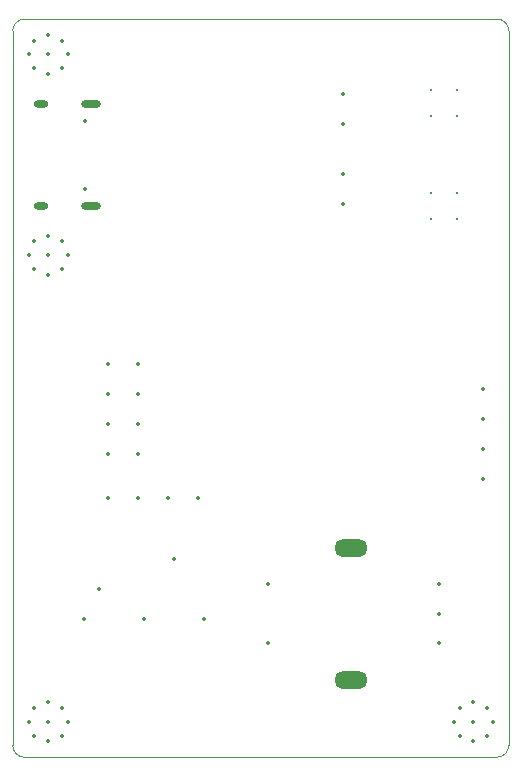
<source format=gko>
%TF.GenerationSoftware,KiCad,Pcbnew,8.0.5*%
%TF.CreationDate,2024-10-25T17:03:13+02:00*%
%TF.ProjectId,Keyboard_PCB,4b657962-6f61-4726-945f-5043422e6b69,rev?*%
%TF.SameCoordinates,Original*%
%TF.FileFunction,Profile,NP*%
%FSLAX46Y46*%
G04 Gerber Fmt 4.6, Leading zero omitted, Abs format (unit mm)*
G04 Created by KiCad (PCBNEW 8.0.5) date 2024-10-25 17:03:13*
%MOMM*%
%LPD*%
G01*
G04 APERTURE LIST*
%TA.AperFunction,Profile*%
%ADD10C,0.050000*%
%TD*%
%ADD11C,0.350000*%
%ADD12O,1.700000X0.600000*%
%ADD13O,1.200000X0.600000*%
%ADD14C,0.200000*%
%ADD15O,2.800000X1.500000*%
G04 APERTURE END LIST*
D10*
X85968750Y-189127500D02*
X125968750Y-189127500D01*
X125968750Y-189127500D02*
G75*
G02*
X126968800Y-190127500I50J-1000000D01*
G01*
X84968750Y-190127500D02*
G75*
G02*
X85968750Y-189127550I999950J0D01*
G01*
X84968750Y-250627500D02*
X84968750Y-190127500D01*
X125968750Y-251627500D02*
X85968750Y-251627500D01*
X126968750Y-250627500D02*
G75*
G02*
X125968750Y-251627450I-999950J0D01*
G01*
X126968750Y-250627500D02*
X126968750Y-190127500D01*
X85968750Y-251627500D02*
G75*
G02*
X84968700Y-250627500I-50J1000000D01*
G01*
D11*
X91038751Y-239952500D03*
X96118751Y-239952500D03*
X101198751Y-239952500D03*
X98658751Y-234872500D03*
X92308751Y-237412500D03*
X91073750Y-197737500D03*
X91073750Y-203517500D03*
D12*
X91573750Y-196307500D03*
D13*
X87393750Y-196307500D03*
D12*
X91573750Y-204947500D03*
D13*
X87393750Y-204947500D03*
D11*
X92993750Y-229702500D03*
X95533750Y-229702500D03*
X98073749Y-229702500D03*
X100613750Y-229702500D03*
X124793750Y-220477500D03*
X124793750Y-223017500D03*
X124793750Y-225557499D03*
X124793750Y-228097500D03*
X122318750Y-248627500D03*
X122802024Y-247460774D03*
X122802024Y-249794226D03*
X123968750Y-246977500D03*
X123968750Y-248627500D03*
X123968750Y-250277500D03*
X125135476Y-247460774D03*
X125135476Y-249794226D03*
X125618750Y-248627500D03*
X112953750Y-195467500D03*
X112953750Y-198007500D03*
X86318750Y-209127500D03*
X86802024Y-207960774D03*
X86802024Y-210294226D03*
X87968750Y-207477500D03*
X87968750Y-209127500D03*
X87968750Y-210777500D03*
X89135476Y-207960774D03*
X89135476Y-210294226D03*
X89618750Y-209127500D03*
D14*
X122553750Y-195177500D03*
X120353750Y-195177500D03*
X122553750Y-197377500D03*
X120353750Y-197377500D03*
D11*
X95558750Y-225977500D03*
X93018750Y-225977500D03*
X95558750Y-223437500D03*
X93018750Y-223437500D03*
X95558750Y-220897501D03*
X93018750Y-220897500D03*
X95558750Y-218357500D03*
X93018750Y-218357500D03*
X121068750Y-241977500D03*
X121068750Y-236977500D03*
X121068750Y-239477500D03*
D15*
X113568750Y-245077500D03*
X113568750Y-233877500D03*
D11*
X106568750Y-236977500D03*
X106568750Y-241977500D03*
X112953750Y-202217500D03*
X112953750Y-204757500D03*
X86318750Y-248627500D03*
X86802024Y-247460774D03*
X86802024Y-249794226D03*
X87968750Y-246977500D03*
X87968750Y-248627500D03*
X87968750Y-250277500D03*
X89135476Y-247460774D03*
X89135476Y-249794226D03*
X89618750Y-248627500D03*
X86318750Y-192127500D03*
X86802024Y-190960774D03*
X86802024Y-193294226D03*
X87968750Y-190477500D03*
X87968750Y-192127500D03*
X87968750Y-193777500D03*
X89135476Y-190960774D03*
X89135476Y-193294226D03*
X89618750Y-192127500D03*
D14*
X122553750Y-203877500D03*
X120353750Y-203877500D03*
X122553750Y-206077500D03*
X120353750Y-206077500D03*
M02*

</source>
